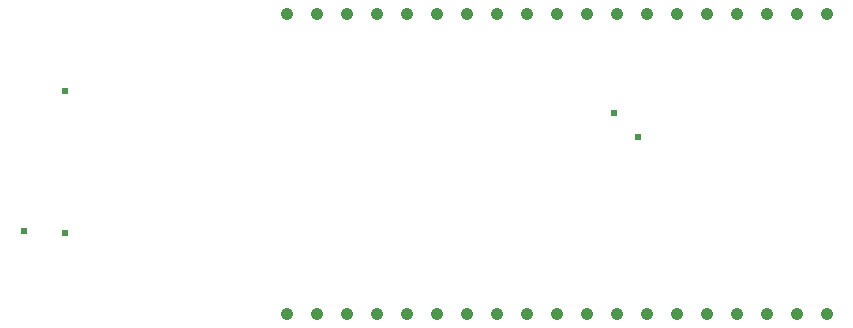
<source format=gbr>
G04 DesignSpark PCB Gerber Version 10.0 Build 5299*
G04 #@! TF.Part,Single*
G04 #@! TF.FilePolarity,Positive*
%FSLAX35Y35*%
%MOIN*%
G04 #@! TA.AperFunction,ViaDrill*
%ADD26C,0.02400*%
G04 #@! TA.AperFunction,MechanicalDrill*
%ADD27C,0.04094*%
G04 #@! TD.AperFunction*
X0Y0D02*
D02*
D26*
X78990Y32423D03*
X92770Y31746D03*
Y78990D03*
X275841Y71793D03*
X283715Y63919D03*
D02*
D27*
X166549Y4778D03*
Y104778D03*
X176549Y4778D03*
Y104778D03*
X186549Y4778D03*
Y104778D03*
X196549Y4778D03*
Y104778D03*
X206549Y4778D03*
Y104778D03*
X216549Y4778D03*
Y104778D03*
X226549Y4778D03*
Y104778D03*
X236549Y4778D03*
Y104778D03*
X246549Y4778D03*
Y104778D03*
X256549Y4778D03*
Y104778D03*
X266549Y4778D03*
Y104778D03*
X276549Y4778D03*
Y104778D03*
X286549Y4778D03*
Y104778D03*
X296549Y4778D03*
Y104778D03*
X306549Y4778D03*
Y104778D03*
X316549Y4778D03*
Y104778D03*
X326549Y4778D03*
Y104778D03*
X336549Y4778D03*
Y104778D03*
X346549Y4778D03*
Y104778D03*
X0Y0D02*
M02*

</source>
